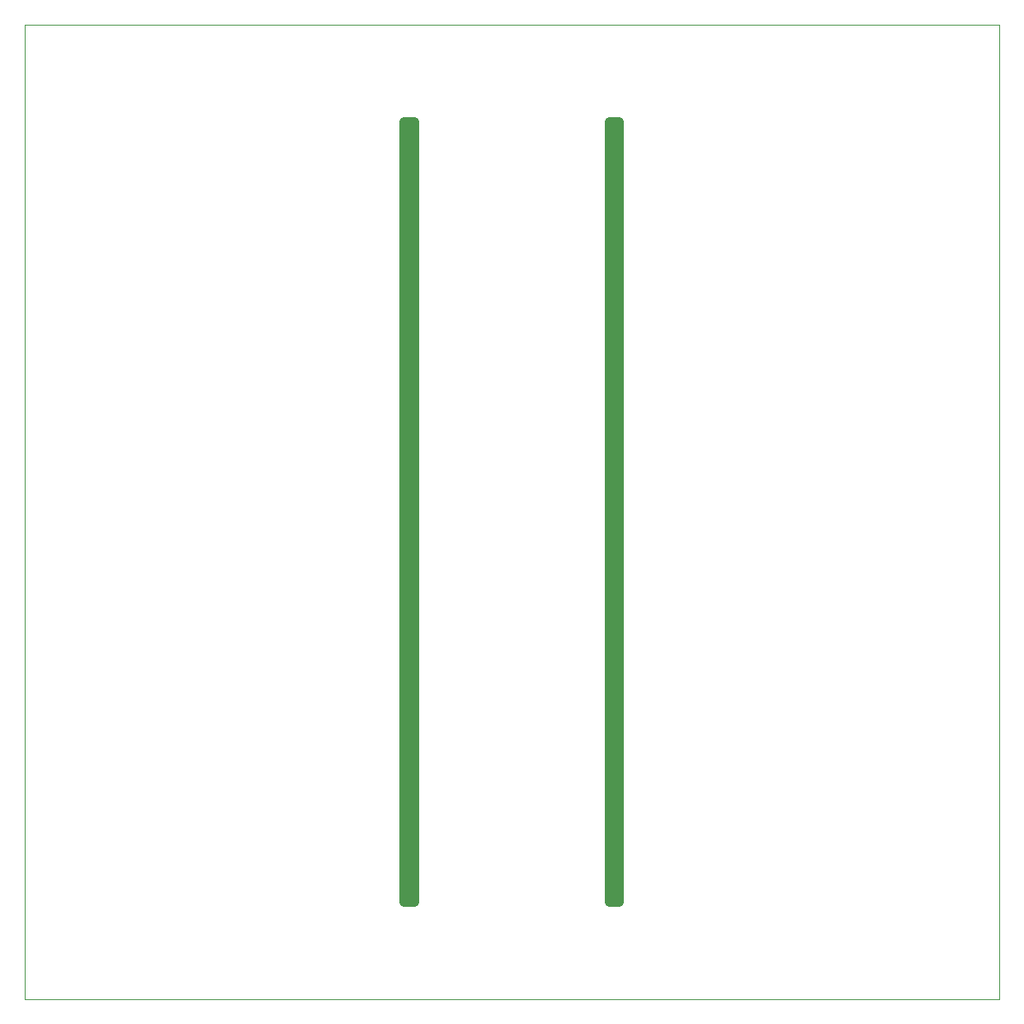
<source format=gbr>
%TF.GenerationSoftware,KiCad,Pcbnew,(5.1.0)-1*%
%TF.CreationDate,2019-05-31T13:03:56+02:00*%
%TF.ProjectId,KicadJE_uP_DAC,4b696361-644a-4455-9f75-505f4441432e,rev?*%
%TF.SameCoordinates,Original*%
%TF.FileFunction,Profile,NP*%
%FSLAX46Y46*%
G04 Gerber Fmt 4.6, Leading zero omitted, Abs format (unit mm)*
G04 Created by KiCad (PCBNEW (5.1.0)-1) date 2019-05-31 13:03:56*
%MOMM*%
%LPD*%
G04 APERTURE LIST*
%ADD10C,1.000000*%
%ADD11C,0.050000*%
G04 APERTURE END LIST*
D10*
X89000000Y-60000000D02*
X90000000Y-60000000D01*
X110000000Y-60000000D02*
X111000000Y-60000000D01*
X110000000Y-140000000D02*
X111000000Y-140000000D01*
X89000000Y-140000000D02*
X90000000Y-140000000D01*
X110000000Y-60000000D02*
X110000000Y-140000000D01*
X111000000Y-60000000D02*
X111000000Y-140000000D01*
X90000000Y-60000000D02*
X90000000Y-140000000D01*
X89000000Y-60000000D02*
X89000000Y-140000000D01*
D11*
X50000000Y-150000000D02*
X50000000Y-50000000D01*
X150000000Y-150000000D02*
X50000000Y-150000000D01*
X150000000Y-50000000D02*
X150000000Y-150000000D01*
X50000000Y-50000000D02*
X150000000Y-50000000D01*
M02*

</source>
